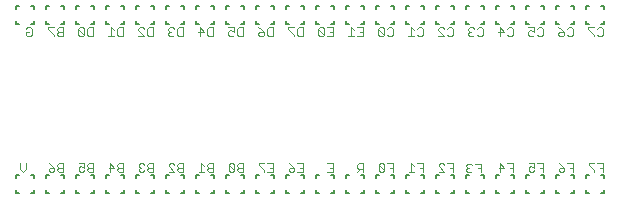
<source format=gbo>
G75*
G70*
%OFA0B0*%
%FSLAX24Y24*%
%IPPOS*%
%LPD*%
%AMOC8*
5,1,8,0,0,1.08239X$1,22.5*
%
%ADD10C,0.0060*%
%ADD11C,0.0030*%
D10*
X001851Y001506D02*
X001851Y001606D01*
X001851Y001506D02*
X001951Y001506D01*
X002351Y001506D02*
X002451Y001506D01*
X002451Y001606D01*
X002851Y001606D02*
X002851Y001506D01*
X002951Y001506D01*
X003351Y001506D02*
X003451Y001506D01*
X003451Y001606D01*
X003851Y001606D02*
X003851Y001506D01*
X003951Y001506D01*
X004351Y001506D02*
X004451Y001506D01*
X004451Y001606D01*
X004851Y001606D02*
X004851Y001506D01*
X004951Y001506D01*
X005351Y001506D02*
X005451Y001506D01*
X005451Y001606D01*
X005851Y001606D02*
X005851Y001506D01*
X005951Y001506D01*
X006351Y001506D02*
X006451Y001506D01*
X006451Y001606D01*
X006851Y001606D02*
X006851Y001506D01*
X006951Y001506D01*
X007351Y001506D02*
X007451Y001506D01*
X007451Y001606D01*
X007851Y001606D02*
X007851Y001506D01*
X007951Y001506D01*
X008351Y001506D02*
X008451Y001506D01*
X008451Y001606D01*
X008851Y001606D02*
X008851Y001506D01*
X008951Y001506D01*
X009351Y001506D02*
X009451Y001506D01*
X009451Y001606D01*
X009851Y001606D02*
X009851Y001506D01*
X009951Y001506D01*
X010351Y001506D02*
X010451Y001506D01*
X010451Y001606D01*
X010851Y001606D02*
X010851Y001506D01*
X010951Y001506D01*
X011351Y001506D02*
X011451Y001506D01*
X011451Y001606D01*
X011851Y001606D02*
X011851Y001506D01*
X011951Y001506D01*
X012351Y001506D02*
X012451Y001506D01*
X012451Y001606D01*
X012851Y001606D02*
X012851Y001506D01*
X012951Y001506D01*
X013351Y001506D02*
X013451Y001506D01*
X013451Y001606D01*
X013851Y001606D02*
X013851Y001506D01*
X013951Y001506D01*
X014351Y001506D02*
X014451Y001506D01*
X014451Y001606D01*
X014851Y001606D02*
X014851Y001506D01*
X014951Y001506D01*
X015351Y001506D02*
X015451Y001506D01*
X015451Y001606D01*
X015851Y001606D02*
X015851Y001506D01*
X015951Y001506D01*
X016351Y001506D02*
X016451Y001506D01*
X016451Y001606D01*
X016851Y001606D02*
X016851Y001506D01*
X016951Y001506D01*
X017351Y001506D02*
X017451Y001506D01*
X017451Y001606D01*
X017851Y001606D02*
X017851Y001506D01*
X017951Y001506D01*
X018351Y001506D02*
X018451Y001506D01*
X018451Y001606D01*
X018851Y001606D02*
X018851Y001506D01*
X018951Y001506D01*
X019351Y001506D02*
X019451Y001506D01*
X019451Y001606D01*
X019851Y001606D02*
X019851Y001506D01*
X019951Y001506D01*
X020351Y001506D02*
X020451Y001506D01*
X020451Y001606D01*
X020851Y001606D02*
X020851Y001506D01*
X020951Y001506D01*
X021351Y001506D02*
X021451Y001506D01*
X021451Y001606D01*
X021451Y002006D02*
X021451Y002106D01*
X021351Y002106D01*
X020951Y002106D02*
X020851Y002106D01*
X020851Y002006D01*
X020451Y002006D02*
X020451Y002106D01*
X020351Y002106D01*
X019951Y002106D02*
X019851Y002106D01*
X019851Y002006D01*
X019451Y002006D02*
X019451Y002106D01*
X019351Y002106D01*
X018951Y002106D02*
X018851Y002106D01*
X018851Y002006D01*
X018451Y002006D02*
X018451Y002106D01*
X018351Y002106D01*
X017951Y002106D02*
X017851Y002106D01*
X017851Y002006D01*
X017451Y002006D02*
X017451Y002106D01*
X017351Y002106D01*
X016951Y002106D02*
X016851Y002106D01*
X016851Y002006D01*
X016451Y002006D02*
X016451Y002106D01*
X016351Y002106D01*
X015951Y002106D02*
X015851Y002106D01*
X015851Y002006D01*
X015451Y002006D02*
X015451Y002106D01*
X015351Y002106D01*
X014951Y002106D02*
X014851Y002106D01*
X014851Y002006D01*
X014451Y002006D02*
X014451Y002106D01*
X014351Y002106D01*
X013951Y002106D02*
X013851Y002106D01*
X013851Y002006D01*
X013451Y002006D02*
X013451Y002106D01*
X013351Y002106D01*
X012951Y002106D02*
X012851Y002106D01*
X012851Y002006D01*
X012451Y002006D02*
X012451Y002106D01*
X012351Y002106D01*
X011951Y002106D02*
X011851Y002106D01*
X011851Y002006D01*
X011451Y002006D02*
X011451Y002106D01*
X011351Y002106D01*
X010951Y002106D02*
X010851Y002106D01*
X010851Y002006D01*
X010451Y002006D02*
X010451Y002106D01*
X010351Y002106D01*
X009951Y002106D02*
X009851Y002106D01*
X009851Y002006D01*
X009451Y002006D02*
X009451Y002106D01*
X009351Y002106D01*
X008951Y002106D02*
X008851Y002106D01*
X008851Y002006D01*
X008451Y002006D02*
X008451Y002106D01*
X008351Y002106D01*
X007951Y002106D02*
X007851Y002106D01*
X007851Y002006D01*
X007451Y002006D02*
X007451Y002106D01*
X007351Y002106D01*
X006951Y002106D02*
X006851Y002106D01*
X006851Y002006D01*
X006451Y002006D02*
X006451Y002106D01*
X006351Y002106D01*
X005951Y002106D02*
X005851Y002106D01*
X005851Y002006D01*
X005451Y002006D02*
X005451Y002106D01*
X005351Y002106D01*
X004951Y002106D02*
X004851Y002106D01*
X004851Y002006D01*
X004451Y002006D02*
X004451Y002106D01*
X004351Y002106D01*
X003951Y002106D02*
X003851Y002106D01*
X003851Y002006D01*
X003451Y002006D02*
X003451Y002106D01*
X003351Y002106D01*
X002951Y002106D02*
X002851Y002106D01*
X002851Y002006D01*
X002451Y002006D02*
X002451Y002106D01*
X002351Y002106D01*
X001951Y002106D02*
X001851Y002106D01*
X001851Y002006D01*
X001851Y007156D02*
X001851Y007256D01*
X001851Y007156D02*
X001951Y007156D01*
X002351Y007156D02*
X002451Y007156D01*
X002451Y007256D01*
X002851Y007256D02*
X002851Y007156D01*
X002951Y007156D01*
X003351Y007156D02*
X003451Y007156D01*
X003451Y007256D01*
X003451Y007656D02*
X003451Y007756D01*
X003351Y007756D01*
X002951Y007756D02*
X002851Y007756D01*
X002851Y007656D01*
X002451Y007656D02*
X002451Y007756D01*
X002351Y007756D01*
X001951Y007756D02*
X001851Y007756D01*
X001851Y007656D01*
X003851Y007656D02*
X003851Y007756D01*
X003951Y007756D01*
X004351Y007756D02*
X004451Y007756D01*
X004451Y007656D01*
X004851Y007656D02*
X004851Y007756D01*
X004951Y007756D01*
X005351Y007756D02*
X005451Y007756D01*
X005451Y007656D01*
X005851Y007656D02*
X005851Y007756D01*
X005951Y007756D01*
X006351Y007756D02*
X006451Y007756D01*
X006451Y007656D01*
X006851Y007656D02*
X006851Y007756D01*
X006951Y007756D01*
X007351Y007756D02*
X007451Y007756D01*
X007451Y007656D01*
X007851Y007656D02*
X007851Y007756D01*
X007951Y007756D01*
X008351Y007756D02*
X008451Y007756D01*
X008451Y007656D01*
X008851Y007656D02*
X008851Y007756D01*
X008951Y007756D01*
X009351Y007756D02*
X009451Y007756D01*
X009451Y007656D01*
X009851Y007656D02*
X009851Y007756D01*
X009951Y007756D01*
X010351Y007756D02*
X010451Y007756D01*
X010451Y007656D01*
X010851Y007656D02*
X010851Y007756D01*
X010951Y007756D01*
X011351Y007756D02*
X011451Y007756D01*
X011451Y007656D01*
X011851Y007656D02*
X011851Y007756D01*
X011951Y007756D01*
X012351Y007756D02*
X012451Y007756D01*
X012451Y007656D01*
X012851Y007656D02*
X012851Y007756D01*
X012951Y007756D01*
X013351Y007756D02*
X013451Y007756D01*
X013451Y007656D01*
X013851Y007656D02*
X013851Y007756D01*
X013951Y007756D01*
X014351Y007756D02*
X014451Y007756D01*
X014451Y007656D01*
X014851Y007656D02*
X014851Y007756D01*
X014951Y007756D01*
X015351Y007756D02*
X015451Y007756D01*
X015451Y007656D01*
X015851Y007656D02*
X015851Y007756D01*
X015951Y007756D01*
X016351Y007756D02*
X016451Y007756D01*
X016451Y007656D01*
X016851Y007656D02*
X016851Y007756D01*
X016951Y007756D01*
X017351Y007756D02*
X017451Y007756D01*
X017451Y007656D01*
X017851Y007656D02*
X017851Y007756D01*
X017951Y007756D01*
X018351Y007756D02*
X018451Y007756D01*
X018451Y007656D01*
X018851Y007656D02*
X018851Y007756D01*
X018951Y007756D01*
X019351Y007756D02*
X019451Y007756D01*
X019451Y007656D01*
X019851Y007656D02*
X019851Y007756D01*
X019951Y007756D01*
X020351Y007756D02*
X020451Y007756D01*
X020451Y007656D01*
X020851Y007656D02*
X020851Y007756D01*
X020951Y007756D01*
X021351Y007756D02*
X021451Y007756D01*
X021451Y007656D01*
X021451Y007256D02*
X021451Y007156D01*
X021351Y007156D01*
X020951Y007156D02*
X020851Y007156D01*
X020851Y007256D01*
X020451Y007256D02*
X020451Y007156D01*
X020351Y007156D01*
X019951Y007156D02*
X019851Y007156D01*
X019851Y007256D01*
X019451Y007256D02*
X019451Y007156D01*
X019351Y007156D01*
X018951Y007156D02*
X018851Y007156D01*
X018851Y007256D01*
X018451Y007256D02*
X018451Y007156D01*
X018351Y007156D01*
X017951Y007156D02*
X017851Y007156D01*
X017851Y007256D01*
X017451Y007256D02*
X017451Y007156D01*
X017351Y007156D01*
X016951Y007156D02*
X016851Y007156D01*
X016851Y007256D01*
X016451Y007256D02*
X016451Y007156D01*
X016351Y007156D01*
X015951Y007156D02*
X015851Y007156D01*
X015851Y007256D01*
X015451Y007256D02*
X015451Y007156D01*
X015351Y007156D01*
X014951Y007156D02*
X014851Y007156D01*
X014851Y007256D01*
X014451Y007256D02*
X014451Y007156D01*
X014351Y007156D01*
X013951Y007156D02*
X013851Y007156D01*
X013851Y007256D01*
X013451Y007256D02*
X013451Y007156D01*
X013351Y007156D01*
X012951Y007156D02*
X012851Y007156D01*
X012851Y007256D01*
X012451Y007256D02*
X012451Y007156D01*
X012351Y007156D01*
X011951Y007156D02*
X011851Y007156D01*
X011851Y007256D01*
X011451Y007256D02*
X011451Y007156D01*
X011351Y007156D01*
X010951Y007156D02*
X010851Y007156D01*
X010851Y007256D01*
X010451Y007256D02*
X010451Y007156D01*
X010351Y007156D01*
X009951Y007156D02*
X009851Y007156D01*
X009851Y007256D01*
X009451Y007256D02*
X009451Y007156D01*
X009351Y007156D01*
X008951Y007156D02*
X008851Y007156D01*
X008851Y007256D01*
X008451Y007256D02*
X008451Y007156D01*
X008351Y007156D01*
X007951Y007156D02*
X007851Y007156D01*
X007851Y007256D01*
X007451Y007256D02*
X007451Y007156D01*
X007351Y007156D01*
X006951Y007156D02*
X006851Y007156D01*
X006851Y007256D01*
X006451Y007256D02*
X006451Y007156D01*
X006351Y007156D01*
X005951Y007156D02*
X005851Y007156D01*
X005851Y007256D01*
X005451Y007256D02*
X005451Y007156D01*
X005351Y007156D01*
X004951Y007156D02*
X004851Y007156D01*
X004851Y007256D01*
X004451Y007256D02*
X004451Y007156D01*
X004351Y007156D01*
X003951Y007156D02*
X003851Y007156D01*
X003851Y007256D01*
D11*
X003986Y007041D02*
X003937Y006992D01*
X004131Y006799D01*
X004082Y006751D01*
X003986Y006751D01*
X003937Y006799D01*
X003937Y006992D01*
X003986Y007041D02*
X004082Y007041D01*
X004131Y006992D01*
X004131Y006799D01*
X004232Y006799D02*
X004280Y006751D01*
X004425Y006751D01*
X004425Y007041D01*
X004280Y007041D01*
X004232Y006992D01*
X004232Y006799D01*
X004937Y006751D02*
X005131Y006751D01*
X005034Y006751D02*
X005034Y007041D01*
X005131Y006944D01*
X005232Y006992D02*
X005280Y007041D01*
X005425Y007041D01*
X005425Y006751D01*
X005280Y006751D01*
X005232Y006799D01*
X005232Y006992D01*
X005937Y006992D02*
X005986Y007041D01*
X006082Y007041D01*
X006131Y006992D01*
X006232Y006992D02*
X006280Y007041D01*
X006425Y007041D01*
X006425Y006751D01*
X006280Y006751D01*
X006232Y006799D01*
X006232Y006992D01*
X006131Y006751D02*
X005937Y006944D01*
X005937Y006992D01*
X005937Y006751D02*
X006131Y006751D01*
X006937Y006799D02*
X006986Y006751D01*
X007082Y006751D01*
X007131Y006799D01*
X007232Y006799D02*
X007232Y006992D01*
X007280Y007041D01*
X007425Y007041D01*
X007425Y006751D01*
X007280Y006751D01*
X007232Y006799D01*
X007131Y006992D02*
X007082Y007041D01*
X006986Y007041D01*
X006937Y006992D01*
X006937Y006944D01*
X006986Y006896D01*
X006937Y006847D01*
X006937Y006799D01*
X006986Y006896D02*
X007034Y006896D01*
X007937Y006896D02*
X008131Y006896D01*
X007986Y007041D01*
X007986Y006751D01*
X008232Y006799D02*
X008232Y006992D01*
X008280Y007041D01*
X008425Y007041D01*
X008425Y006751D01*
X008280Y006751D01*
X008232Y006799D01*
X008937Y006799D02*
X008986Y006751D01*
X009082Y006751D01*
X009131Y006799D01*
X009131Y006896D02*
X009034Y006944D01*
X008986Y006944D01*
X008937Y006896D01*
X008937Y006799D01*
X009131Y006896D02*
X009131Y007041D01*
X008937Y007041D01*
X009232Y006992D02*
X009232Y006799D01*
X009280Y006751D01*
X009425Y006751D01*
X009425Y007041D01*
X009280Y007041D01*
X009232Y006992D01*
X009937Y007041D02*
X010034Y006992D01*
X010131Y006896D01*
X009986Y006896D01*
X009937Y006847D01*
X009937Y006799D01*
X009986Y006751D01*
X010082Y006751D01*
X010131Y006799D01*
X010131Y006896D01*
X010232Y006992D02*
X010280Y007041D01*
X010425Y007041D01*
X010425Y006751D01*
X010280Y006751D01*
X010232Y006799D01*
X010232Y006992D01*
X010937Y006992D02*
X011131Y006799D01*
X011131Y006751D01*
X011232Y006799D02*
X011232Y006992D01*
X011280Y007041D01*
X011425Y007041D01*
X011425Y006751D01*
X011280Y006751D01*
X011232Y006799D01*
X011131Y007041D02*
X010937Y007041D01*
X010937Y006992D01*
X011937Y006992D02*
X011937Y006799D01*
X011986Y006751D01*
X012082Y006751D01*
X012131Y006799D01*
X011937Y006992D01*
X011986Y007041D01*
X012082Y007041D01*
X012131Y006992D01*
X012131Y006799D01*
X012232Y006751D02*
X012425Y006751D01*
X012425Y007041D01*
X012232Y007041D01*
X012329Y006896D02*
X012425Y006896D01*
X012937Y006751D02*
X013131Y006751D01*
X013034Y006751D02*
X013034Y007041D01*
X013131Y006944D01*
X013232Y007041D02*
X013425Y007041D01*
X013425Y006751D01*
X013232Y006751D01*
X013329Y006896D02*
X013425Y006896D01*
X013937Y006992D02*
X014131Y006799D01*
X014082Y006751D01*
X013986Y006751D01*
X013937Y006799D01*
X013937Y006992D01*
X013986Y007041D01*
X014082Y007041D01*
X014131Y006992D01*
X014131Y006799D01*
X014232Y006799D02*
X014280Y006751D01*
X014377Y006751D01*
X014425Y006799D01*
X014425Y006992D01*
X014377Y007041D01*
X014280Y007041D01*
X014232Y006992D01*
X014937Y006751D02*
X015131Y006751D01*
X015034Y006751D02*
X015034Y007041D01*
X015131Y006944D01*
X015232Y006992D02*
X015280Y007041D01*
X015377Y007041D01*
X015425Y006992D01*
X015425Y006799D01*
X015377Y006751D01*
X015280Y006751D01*
X015232Y006799D01*
X015937Y006751D02*
X016131Y006751D01*
X015937Y006944D01*
X015937Y006992D01*
X015986Y007041D01*
X016082Y007041D01*
X016131Y006992D01*
X016232Y006992D02*
X016280Y007041D01*
X016377Y007041D01*
X016425Y006992D01*
X016425Y006799D01*
X016377Y006751D01*
X016280Y006751D01*
X016232Y006799D01*
X016937Y006799D02*
X016986Y006751D01*
X017082Y006751D01*
X017131Y006799D01*
X017232Y006799D02*
X017280Y006751D01*
X017377Y006751D01*
X017425Y006799D01*
X017425Y006992D01*
X017377Y007041D01*
X017280Y007041D01*
X017232Y006992D01*
X017131Y006992D02*
X017082Y007041D01*
X016986Y007041D01*
X016937Y006992D01*
X016937Y006944D01*
X016986Y006896D01*
X016937Y006847D01*
X016937Y006799D01*
X016986Y006896D02*
X017034Y006896D01*
X017937Y006896D02*
X018131Y006896D01*
X017986Y007041D01*
X017986Y006751D01*
X018232Y006799D02*
X018280Y006751D01*
X018377Y006751D01*
X018425Y006799D01*
X018425Y006992D01*
X018377Y007041D01*
X018280Y007041D01*
X018232Y006992D01*
X018937Y007041D02*
X019131Y007041D01*
X019131Y006896D01*
X019034Y006944D01*
X018986Y006944D01*
X018937Y006896D01*
X018937Y006799D01*
X018986Y006751D01*
X019082Y006751D01*
X019131Y006799D01*
X019232Y006799D02*
X019280Y006751D01*
X019377Y006751D01*
X019425Y006799D01*
X019425Y006992D01*
X019377Y007041D01*
X019280Y007041D01*
X019232Y006992D01*
X019937Y007041D02*
X020034Y006992D01*
X020131Y006896D01*
X019986Y006896D01*
X019937Y006847D01*
X019937Y006799D01*
X019986Y006751D01*
X020082Y006751D01*
X020131Y006799D01*
X020131Y006896D01*
X020232Y006992D02*
X020280Y007041D01*
X020377Y007041D01*
X020425Y006992D01*
X020425Y006799D01*
X020377Y006751D01*
X020280Y006751D01*
X020232Y006799D01*
X020937Y006992D02*
X021131Y006799D01*
X021131Y006751D01*
X021232Y006799D02*
X021280Y006751D01*
X021377Y006751D01*
X021425Y006799D01*
X021425Y006992D01*
X021377Y007041D01*
X021280Y007041D01*
X021232Y006992D01*
X021131Y007041D02*
X020937Y007041D01*
X020937Y006992D01*
X020948Y002511D02*
X020948Y002462D01*
X021142Y002269D01*
X021142Y002221D01*
X021339Y002366D02*
X021436Y002366D01*
X021436Y002511D02*
X021243Y002511D01*
X021142Y002511D02*
X020948Y002511D01*
X020436Y002511D02*
X020243Y002511D01*
X020339Y002366D02*
X020436Y002366D01*
X020436Y002221D02*
X020436Y002511D01*
X020142Y002366D02*
X019996Y002366D01*
X019948Y002317D01*
X019948Y002269D01*
X019996Y002221D01*
X020093Y002221D01*
X020142Y002269D01*
X020142Y002366D01*
X020045Y002462D01*
X019948Y002511D01*
X019436Y002511D02*
X019243Y002511D01*
X019142Y002511D02*
X019142Y002366D01*
X019045Y002414D01*
X018996Y002414D01*
X018948Y002366D01*
X018948Y002269D01*
X018996Y002221D01*
X019093Y002221D01*
X019142Y002269D01*
X019339Y002366D02*
X019436Y002366D01*
X019436Y002221D02*
X019436Y002511D01*
X019142Y002511D02*
X018948Y002511D01*
X018436Y002511D02*
X018436Y002221D01*
X018436Y002366D02*
X018339Y002366D01*
X018243Y002511D02*
X018436Y002511D01*
X018142Y002366D02*
X017948Y002366D01*
X017996Y002221D02*
X017996Y002511D01*
X018142Y002366D01*
X017366Y002356D02*
X017269Y002356D01*
X017173Y002501D02*
X017366Y002501D01*
X017366Y002211D01*
X017072Y002259D02*
X017023Y002211D01*
X016926Y002211D01*
X016878Y002259D01*
X016878Y002307D01*
X016926Y002356D01*
X016975Y002356D01*
X016926Y002356D02*
X016878Y002404D01*
X016878Y002452D01*
X016926Y002501D01*
X017023Y002501D01*
X017072Y002452D01*
X016436Y002511D02*
X016436Y002221D01*
X016436Y002366D02*
X016339Y002366D01*
X016243Y002511D02*
X016436Y002511D01*
X016142Y002462D02*
X016093Y002511D01*
X015996Y002511D01*
X015948Y002462D01*
X015948Y002414D01*
X016142Y002221D01*
X015948Y002221D01*
X015436Y002221D02*
X015436Y002511D01*
X015243Y002511D01*
X015142Y002414D02*
X015045Y002511D01*
X015045Y002221D01*
X015142Y002221D02*
X014948Y002221D01*
X014436Y002221D02*
X014436Y002511D01*
X014243Y002511D01*
X014142Y002462D02*
X014093Y002511D01*
X013996Y002511D01*
X013948Y002462D01*
X014142Y002269D01*
X014093Y002221D01*
X013996Y002221D01*
X013948Y002269D01*
X013948Y002462D01*
X014142Y002462D02*
X014142Y002269D01*
X014339Y002366D02*
X014436Y002366D01*
X015339Y002366D02*
X015436Y002366D01*
X013436Y002317D02*
X013291Y002317D01*
X013243Y002366D01*
X013243Y002462D01*
X013291Y002511D01*
X013436Y002511D01*
X013436Y002221D01*
X013339Y002317D02*
X013243Y002221D01*
X012436Y002221D02*
X012436Y002511D01*
X012243Y002511D01*
X012339Y002366D02*
X012436Y002366D01*
X012436Y002221D02*
X012243Y002221D01*
X011436Y002221D02*
X011243Y002221D01*
X011142Y002269D02*
X011093Y002221D01*
X010996Y002221D01*
X010948Y002269D01*
X010948Y002317D01*
X010996Y002366D01*
X011142Y002366D01*
X011142Y002269D01*
X011142Y002366D02*
X011045Y002462D01*
X010948Y002511D01*
X011243Y002511D02*
X011436Y002511D01*
X011436Y002221D01*
X011436Y002366D02*
X011339Y002366D01*
X010436Y002366D02*
X010339Y002366D01*
X010243Y002511D02*
X010436Y002511D01*
X010436Y002221D01*
X010243Y002221D01*
X010142Y002221D02*
X010142Y002269D01*
X009948Y002462D01*
X009948Y002511D01*
X010142Y002511D01*
X009436Y002511D02*
X009436Y002221D01*
X009291Y002221D01*
X009243Y002269D01*
X009243Y002317D01*
X009291Y002366D01*
X009436Y002366D01*
X009436Y002511D02*
X009291Y002511D01*
X009243Y002462D01*
X009243Y002414D01*
X009291Y002366D01*
X009142Y002462D02*
X009093Y002511D01*
X008996Y002511D01*
X008948Y002462D01*
X009142Y002269D01*
X009093Y002221D01*
X008996Y002221D01*
X008948Y002269D01*
X008948Y002462D01*
X009142Y002462D02*
X009142Y002269D01*
X008436Y002221D02*
X008291Y002221D01*
X008243Y002269D01*
X008243Y002317D01*
X008291Y002366D01*
X008436Y002366D01*
X008436Y002221D02*
X008436Y002511D01*
X008291Y002511D01*
X008243Y002462D01*
X008243Y002414D01*
X008291Y002366D01*
X008142Y002414D02*
X008045Y002511D01*
X008045Y002221D01*
X008142Y002221D02*
X007948Y002221D01*
X007436Y002221D02*
X007291Y002221D01*
X007243Y002269D01*
X007243Y002317D01*
X007291Y002366D01*
X007436Y002366D01*
X007436Y002511D02*
X007291Y002511D01*
X007243Y002462D01*
X007243Y002414D01*
X007291Y002366D01*
X007142Y002462D02*
X007093Y002511D01*
X006996Y002511D01*
X006948Y002462D01*
X006948Y002414D01*
X007142Y002221D01*
X006948Y002221D01*
X006436Y002221D02*
X006291Y002221D01*
X006243Y002269D01*
X006243Y002317D01*
X006291Y002366D01*
X006436Y002366D01*
X006436Y002511D02*
X006291Y002511D01*
X006243Y002462D01*
X006243Y002414D01*
X006291Y002366D01*
X006142Y002462D02*
X006093Y002511D01*
X005996Y002511D01*
X005948Y002462D01*
X005948Y002414D01*
X005996Y002366D01*
X005948Y002317D01*
X005948Y002269D01*
X005996Y002221D01*
X006093Y002221D01*
X006142Y002269D01*
X006045Y002366D02*
X005996Y002366D01*
X005436Y002366D02*
X005291Y002366D01*
X005243Y002317D01*
X005243Y002269D01*
X005291Y002221D01*
X005436Y002221D01*
X005436Y002511D01*
X005291Y002511D01*
X005243Y002462D01*
X005243Y002414D01*
X005291Y002366D01*
X005142Y002366D02*
X004948Y002366D01*
X004996Y002221D02*
X004996Y002511D01*
X005142Y002366D01*
X004436Y002366D02*
X004291Y002366D01*
X004243Y002317D01*
X004243Y002269D01*
X004291Y002221D01*
X004436Y002221D01*
X004436Y002511D01*
X004291Y002511D01*
X004243Y002462D01*
X004243Y002414D01*
X004291Y002366D01*
X004142Y002366D02*
X004045Y002414D01*
X003996Y002414D01*
X003948Y002366D01*
X003948Y002269D01*
X003996Y002221D01*
X004093Y002221D01*
X004142Y002269D01*
X004142Y002366D02*
X004142Y002511D01*
X003948Y002511D01*
X003436Y002511D02*
X003436Y002221D01*
X003291Y002221D01*
X003243Y002269D01*
X003243Y002317D01*
X003291Y002366D01*
X003436Y002366D01*
X003436Y002511D02*
X003291Y002511D01*
X003243Y002462D01*
X003243Y002414D01*
X003291Y002366D01*
X003142Y002366D02*
X003045Y002462D01*
X002948Y002511D01*
X002996Y002366D02*
X003142Y002366D01*
X003142Y002269D01*
X003093Y002221D01*
X002996Y002221D01*
X002948Y002269D01*
X002948Y002317D01*
X002996Y002366D01*
X002186Y002317D02*
X002089Y002221D01*
X001993Y002317D01*
X001993Y002511D01*
X002186Y002511D02*
X002186Y002317D01*
X006436Y002221D02*
X006436Y002511D01*
X007436Y002511D02*
X007436Y002221D01*
X003425Y006751D02*
X003280Y006751D01*
X003232Y006799D01*
X003232Y006847D01*
X003280Y006896D01*
X003425Y006896D01*
X003280Y006896D02*
X003232Y006944D01*
X003232Y006992D01*
X003280Y007041D01*
X003425Y007041D01*
X003425Y006751D01*
X003131Y006751D02*
X003131Y006799D01*
X002937Y006992D01*
X002937Y007041D01*
X003131Y007041D01*
X002381Y006992D02*
X002381Y006799D01*
X002332Y006751D01*
X002236Y006751D01*
X002187Y006799D01*
X002187Y006896D01*
X002284Y006896D01*
X002187Y006992D02*
X002236Y007041D01*
X002332Y007041D01*
X002381Y006992D01*
X021436Y002511D02*
X021436Y002221D01*
M02*

</source>
